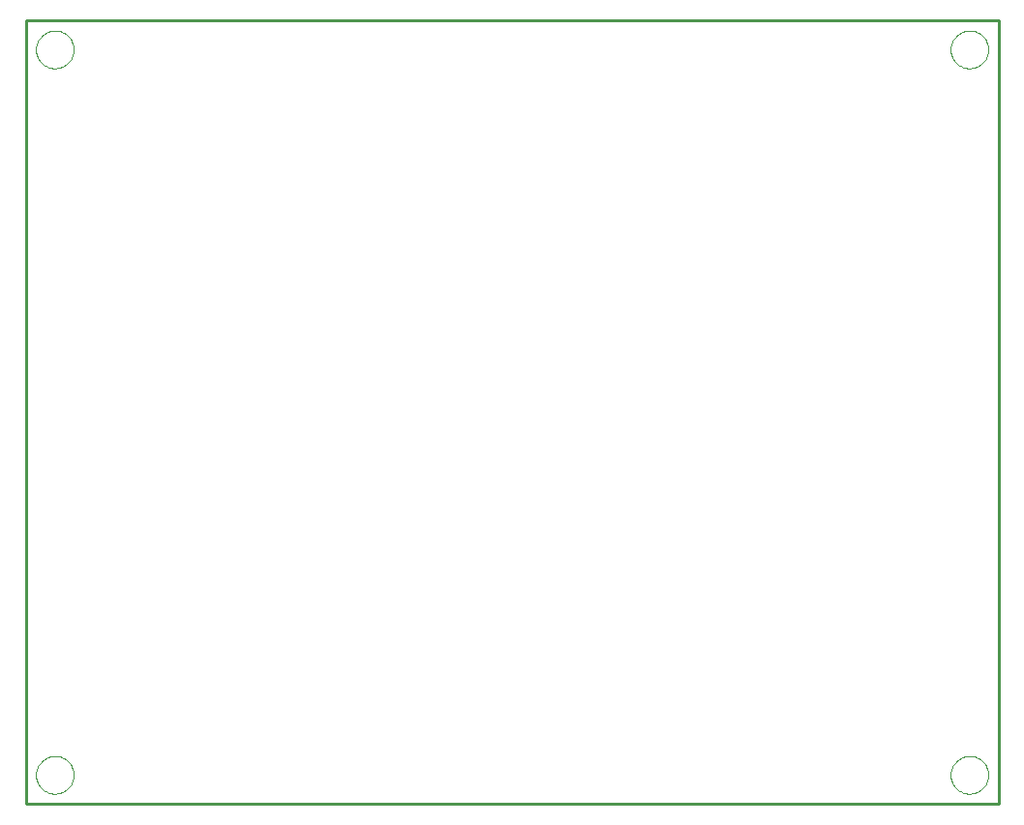
<source format=gko>
G75*
%MOIN*%
%OFA0B0*%
%FSLAX24Y24*%
%IPPOS*%
%LPD*%
%AMOC8*
5,1,8,0,0,1.08239X$1,22.5*
%
%ADD10C,0.0100*%
%ADD11C,0.0000*%
D10*
X003500Y000650D02*
X003500Y027650D01*
X037000Y027650D01*
X037000Y000650D01*
X003500Y000650D01*
D11*
X003850Y001650D02*
X003852Y001700D01*
X003858Y001750D01*
X003868Y001800D01*
X003881Y001848D01*
X003898Y001896D01*
X003919Y001942D01*
X003943Y001986D01*
X003971Y002028D01*
X004002Y002068D01*
X004036Y002105D01*
X004073Y002140D01*
X004112Y002171D01*
X004153Y002200D01*
X004197Y002225D01*
X004243Y002247D01*
X004290Y002265D01*
X004338Y002279D01*
X004387Y002290D01*
X004437Y002297D01*
X004487Y002300D01*
X004538Y002299D01*
X004588Y002294D01*
X004638Y002285D01*
X004686Y002273D01*
X004734Y002256D01*
X004780Y002236D01*
X004825Y002213D01*
X004868Y002186D01*
X004908Y002156D01*
X004946Y002123D01*
X004981Y002087D01*
X005014Y002048D01*
X005043Y002007D01*
X005069Y001964D01*
X005092Y001919D01*
X005111Y001872D01*
X005126Y001824D01*
X005138Y001775D01*
X005146Y001725D01*
X005150Y001675D01*
X005150Y001625D01*
X005146Y001575D01*
X005138Y001525D01*
X005126Y001476D01*
X005111Y001428D01*
X005092Y001381D01*
X005069Y001336D01*
X005043Y001293D01*
X005014Y001252D01*
X004981Y001213D01*
X004946Y001177D01*
X004908Y001144D01*
X004868Y001114D01*
X004825Y001087D01*
X004780Y001064D01*
X004734Y001044D01*
X004686Y001027D01*
X004638Y001015D01*
X004588Y001006D01*
X004538Y001001D01*
X004487Y001000D01*
X004437Y001003D01*
X004387Y001010D01*
X004338Y001021D01*
X004290Y001035D01*
X004243Y001053D01*
X004197Y001075D01*
X004153Y001100D01*
X004112Y001129D01*
X004073Y001160D01*
X004036Y001195D01*
X004002Y001232D01*
X003971Y001272D01*
X003943Y001314D01*
X003919Y001358D01*
X003898Y001404D01*
X003881Y001452D01*
X003868Y001500D01*
X003858Y001550D01*
X003852Y001600D01*
X003850Y001650D01*
X035350Y001650D02*
X035352Y001700D01*
X035358Y001750D01*
X035368Y001800D01*
X035381Y001848D01*
X035398Y001896D01*
X035419Y001942D01*
X035443Y001986D01*
X035471Y002028D01*
X035502Y002068D01*
X035536Y002105D01*
X035573Y002140D01*
X035612Y002171D01*
X035653Y002200D01*
X035697Y002225D01*
X035743Y002247D01*
X035790Y002265D01*
X035838Y002279D01*
X035887Y002290D01*
X035937Y002297D01*
X035987Y002300D01*
X036038Y002299D01*
X036088Y002294D01*
X036138Y002285D01*
X036186Y002273D01*
X036234Y002256D01*
X036280Y002236D01*
X036325Y002213D01*
X036368Y002186D01*
X036408Y002156D01*
X036446Y002123D01*
X036481Y002087D01*
X036514Y002048D01*
X036543Y002007D01*
X036569Y001964D01*
X036592Y001919D01*
X036611Y001872D01*
X036626Y001824D01*
X036638Y001775D01*
X036646Y001725D01*
X036650Y001675D01*
X036650Y001625D01*
X036646Y001575D01*
X036638Y001525D01*
X036626Y001476D01*
X036611Y001428D01*
X036592Y001381D01*
X036569Y001336D01*
X036543Y001293D01*
X036514Y001252D01*
X036481Y001213D01*
X036446Y001177D01*
X036408Y001144D01*
X036368Y001114D01*
X036325Y001087D01*
X036280Y001064D01*
X036234Y001044D01*
X036186Y001027D01*
X036138Y001015D01*
X036088Y001006D01*
X036038Y001001D01*
X035987Y001000D01*
X035937Y001003D01*
X035887Y001010D01*
X035838Y001021D01*
X035790Y001035D01*
X035743Y001053D01*
X035697Y001075D01*
X035653Y001100D01*
X035612Y001129D01*
X035573Y001160D01*
X035536Y001195D01*
X035502Y001232D01*
X035471Y001272D01*
X035443Y001314D01*
X035419Y001358D01*
X035398Y001404D01*
X035381Y001452D01*
X035368Y001500D01*
X035358Y001550D01*
X035352Y001600D01*
X035350Y001650D01*
X035350Y026650D02*
X035352Y026700D01*
X035358Y026750D01*
X035368Y026800D01*
X035381Y026848D01*
X035398Y026896D01*
X035419Y026942D01*
X035443Y026986D01*
X035471Y027028D01*
X035502Y027068D01*
X035536Y027105D01*
X035573Y027140D01*
X035612Y027171D01*
X035653Y027200D01*
X035697Y027225D01*
X035743Y027247D01*
X035790Y027265D01*
X035838Y027279D01*
X035887Y027290D01*
X035937Y027297D01*
X035987Y027300D01*
X036038Y027299D01*
X036088Y027294D01*
X036138Y027285D01*
X036186Y027273D01*
X036234Y027256D01*
X036280Y027236D01*
X036325Y027213D01*
X036368Y027186D01*
X036408Y027156D01*
X036446Y027123D01*
X036481Y027087D01*
X036514Y027048D01*
X036543Y027007D01*
X036569Y026964D01*
X036592Y026919D01*
X036611Y026872D01*
X036626Y026824D01*
X036638Y026775D01*
X036646Y026725D01*
X036650Y026675D01*
X036650Y026625D01*
X036646Y026575D01*
X036638Y026525D01*
X036626Y026476D01*
X036611Y026428D01*
X036592Y026381D01*
X036569Y026336D01*
X036543Y026293D01*
X036514Y026252D01*
X036481Y026213D01*
X036446Y026177D01*
X036408Y026144D01*
X036368Y026114D01*
X036325Y026087D01*
X036280Y026064D01*
X036234Y026044D01*
X036186Y026027D01*
X036138Y026015D01*
X036088Y026006D01*
X036038Y026001D01*
X035987Y026000D01*
X035937Y026003D01*
X035887Y026010D01*
X035838Y026021D01*
X035790Y026035D01*
X035743Y026053D01*
X035697Y026075D01*
X035653Y026100D01*
X035612Y026129D01*
X035573Y026160D01*
X035536Y026195D01*
X035502Y026232D01*
X035471Y026272D01*
X035443Y026314D01*
X035419Y026358D01*
X035398Y026404D01*
X035381Y026452D01*
X035368Y026500D01*
X035358Y026550D01*
X035352Y026600D01*
X035350Y026650D01*
X003850Y026650D02*
X003852Y026700D01*
X003858Y026750D01*
X003868Y026800D01*
X003881Y026848D01*
X003898Y026896D01*
X003919Y026942D01*
X003943Y026986D01*
X003971Y027028D01*
X004002Y027068D01*
X004036Y027105D01*
X004073Y027140D01*
X004112Y027171D01*
X004153Y027200D01*
X004197Y027225D01*
X004243Y027247D01*
X004290Y027265D01*
X004338Y027279D01*
X004387Y027290D01*
X004437Y027297D01*
X004487Y027300D01*
X004538Y027299D01*
X004588Y027294D01*
X004638Y027285D01*
X004686Y027273D01*
X004734Y027256D01*
X004780Y027236D01*
X004825Y027213D01*
X004868Y027186D01*
X004908Y027156D01*
X004946Y027123D01*
X004981Y027087D01*
X005014Y027048D01*
X005043Y027007D01*
X005069Y026964D01*
X005092Y026919D01*
X005111Y026872D01*
X005126Y026824D01*
X005138Y026775D01*
X005146Y026725D01*
X005150Y026675D01*
X005150Y026625D01*
X005146Y026575D01*
X005138Y026525D01*
X005126Y026476D01*
X005111Y026428D01*
X005092Y026381D01*
X005069Y026336D01*
X005043Y026293D01*
X005014Y026252D01*
X004981Y026213D01*
X004946Y026177D01*
X004908Y026144D01*
X004868Y026114D01*
X004825Y026087D01*
X004780Y026064D01*
X004734Y026044D01*
X004686Y026027D01*
X004638Y026015D01*
X004588Y026006D01*
X004538Y026001D01*
X004487Y026000D01*
X004437Y026003D01*
X004387Y026010D01*
X004338Y026021D01*
X004290Y026035D01*
X004243Y026053D01*
X004197Y026075D01*
X004153Y026100D01*
X004112Y026129D01*
X004073Y026160D01*
X004036Y026195D01*
X004002Y026232D01*
X003971Y026272D01*
X003943Y026314D01*
X003919Y026358D01*
X003898Y026404D01*
X003881Y026452D01*
X003868Y026500D01*
X003858Y026550D01*
X003852Y026600D01*
X003850Y026650D01*
M02*

</source>
